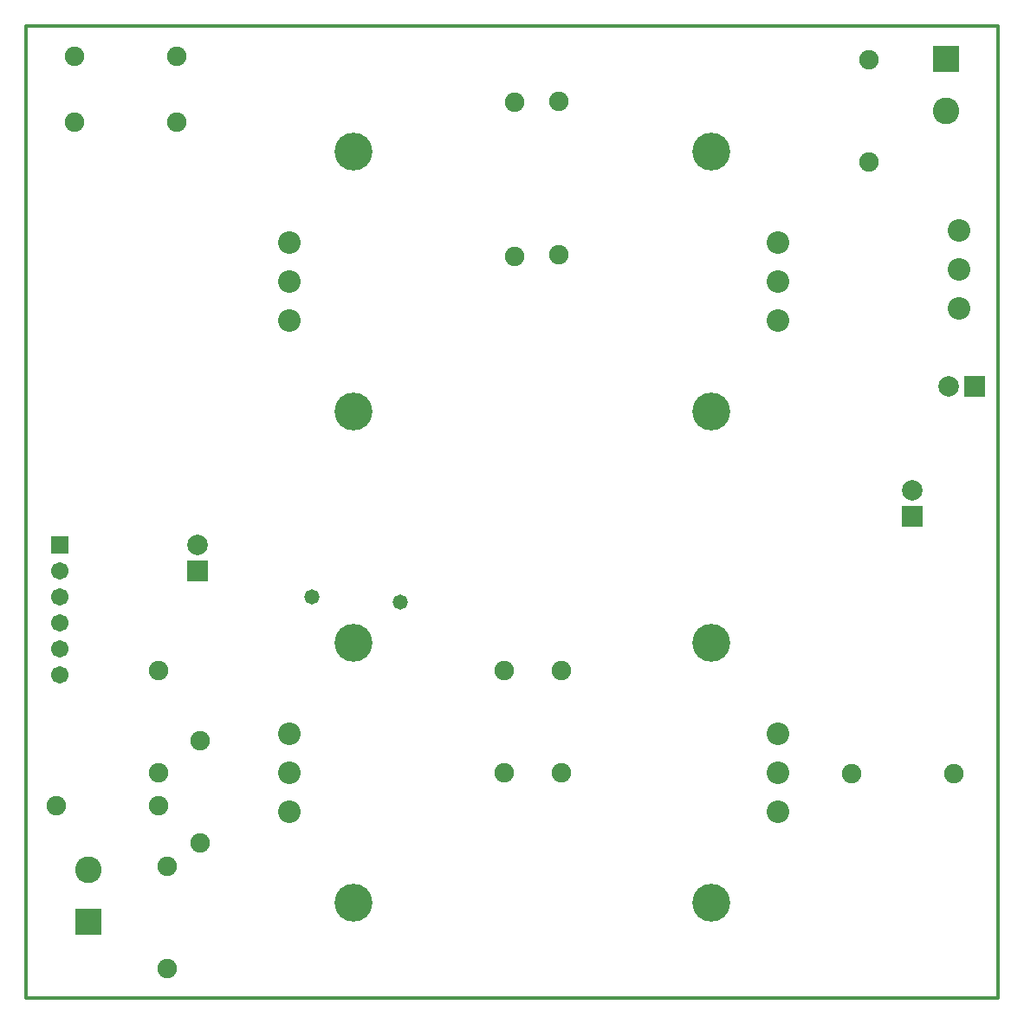
<source format=gbs>
G04 Layer_Color=16711935*
%FSLAX44Y44*%
%MOMM*%
G71*
G01*
G75*
%ADD12C,0.3000*%
%ADD33C,2.2032*%
%ADD34C,3.7032*%
%ADD35C,1.9032*%
%ADD36C,2.0032*%
%ADD37R,2.0032X2.0032*%
%ADD38R,2.6032X2.6032*%
%ADD39C,2.6032*%
%ADD40R,2.0032X2.0032*%
%ADD41R,1.7032X1.7032*%
%ADD42C,1.7032*%
%ADD43C,1.4732*%
D12*
X0Y950000D02*
X950000D01*
Y0D02*
Y950000D01*
X0Y0D02*
X950000D01*
X0D02*
Y950000D01*
D33*
X911860Y674370D02*
D03*
Y712470D02*
D03*
Y750570D02*
D03*
X735000Y181900D02*
D03*
Y220000D02*
D03*
Y258100D02*
D03*
Y661900D02*
D03*
Y700000D02*
D03*
Y738100D02*
D03*
X257810Y258100D02*
D03*
Y220000D02*
D03*
Y181900D02*
D03*
Y738100D02*
D03*
Y700000D02*
D03*
Y661900D02*
D03*
D34*
X670000Y347000D02*
D03*
Y93000D02*
D03*
Y827000D02*
D03*
Y573000D02*
D03*
X320000Y827000D02*
D03*
Y573000D02*
D03*
Y347000D02*
D03*
Y93000D02*
D03*
D35*
X523240Y320510D02*
D03*
Y220510D02*
D03*
X907250Y219710D02*
D03*
X807250D02*
D03*
X129540Y320510D02*
D03*
Y220510D02*
D03*
X170180Y251930D02*
D03*
Y151930D02*
D03*
X520700Y726370D02*
D03*
Y876370D02*
D03*
X477520Y725100D02*
D03*
Y875100D02*
D03*
X138430Y28740D02*
D03*
Y128740D02*
D03*
X467360Y320510D02*
D03*
Y220510D02*
D03*
X30010Y187960D02*
D03*
X130010D02*
D03*
X824230Y917410D02*
D03*
Y817410D02*
D03*
X47790Y920750D02*
D03*
X147790D02*
D03*
Y855980D02*
D03*
X47790D02*
D03*
D36*
X167640Y443230D02*
D03*
X866140Y496570D02*
D03*
X901700Y598170D02*
D03*
D37*
X167640Y417830D02*
D03*
X866140Y471170D02*
D03*
D38*
X60960Y74930D02*
D03*
X899160Y918210D02*
D03*
D39*
X60960Y125730D02*
D03*
X899160Y867410D02*
D03*
D40*
X927100Y598170D02*
D03*
D41*
X33020Y443230D02*
D03*
D42*
Y417830D02*
D03*
Y392430D02*
D03*
Y367030D02*
D03*
Y341630D02*
D03*
Y316230D02*
D03*
D43*
X279400Y392430D02*
D03*
X365760Y387350D02*
D03*
M02*

</source>
